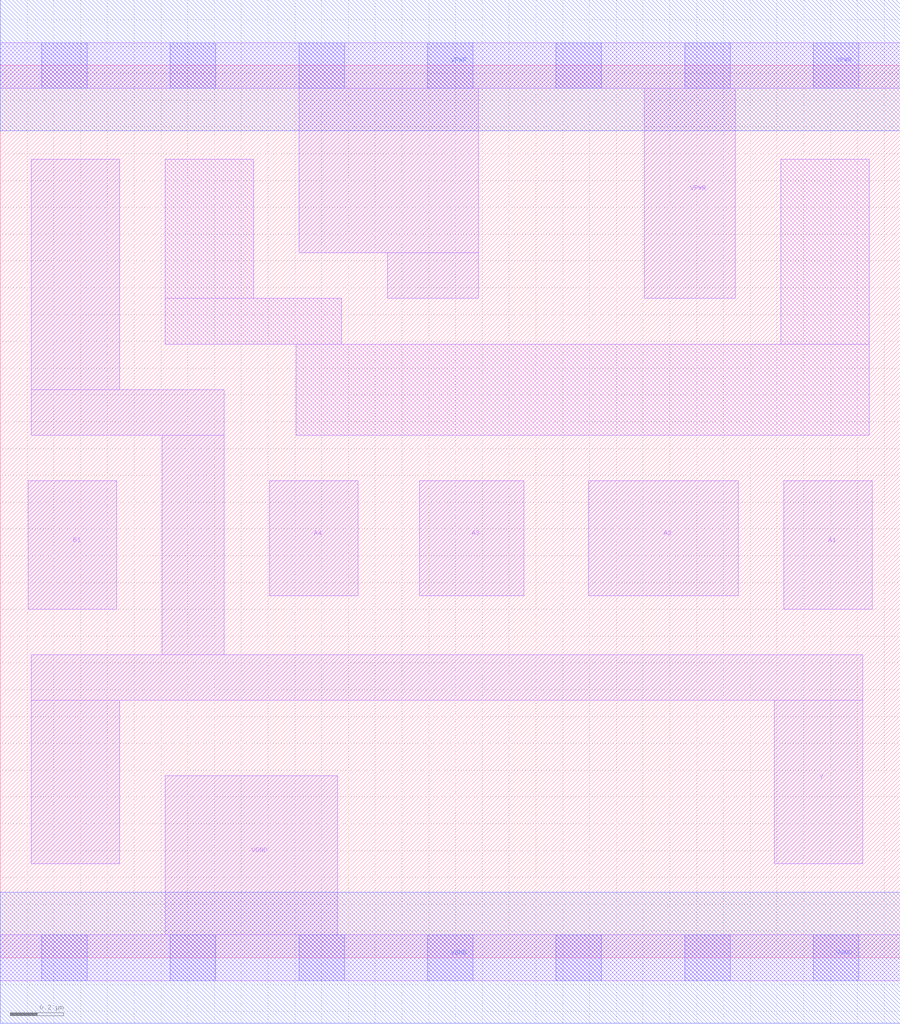
<source format=lef>
# Copyright 2020 The SkyWater PDK Authors
#
# Licensed under the Apache License, Version 2.0 (the "License");
# you may not use this file except in compliance with the License.
# You may obtain a copy of the License at
#
#     https://www.apache.org/licenses/LICENSE-2.0
#
# Unless required by applicable law or agreed to in writing, software
# distributed under the License is distributed on an "AS IS" BASIS,
# WITHOUT WARRANTIES OR CONDITIONS OF ANY KIND, either express or implied.
# See the License for the specific language governing permissions and
# limitations under the License.
#
# SPDX-License-Identifier: Apache-2.0

VERSION 5.7 ;
  NAMESCASESENSITIVE ON ;
  NOWIREEXTENSIONATPIN ON ;
  DIVIDERCHAR "/" ;
  BUSBITCHARS "[]" ;
UNITS
  DATABASE MICRONS 200 ;
END UNITS
MACRO sky130_fd_sc_ms__a41oi_1
  CLASS CORE ;
  SOURCE USER ;
  FOREIGN sky130_fd_sc_ms__a41oi_1 ;
  ORIGIN  0.000000  0.000000 ;
  SIZE  3.360000 BY  3.330000 ;
  SYMMETRY X Y ;
  SITE unit ;
  PIN A1
    ANTENNAGATEAREA  0.312600 ;
    DIRECTION INPUT ;
    USE SIGNAL ;
    PORT
      LAYER li1 ;
        RECT 2.925000 1.300000 3.255000 1.780000 ;
    END
  END A1
  PIN A2
    ANTENNAGATEAREA  0.312600 ;
    DIRECTION INPUT ;
    USE SIGNAL ;
    PORT
      LAYER li1 ;
        RECT 2.195000 1.350000 2.755000 1.780000 ;
    END
  END A2
  PIN A3
    ANTENNAGATEAREA  0.312600 ;
    DIRECTION INPUT ;
    USE SIGNAL ;
    PORT
      LAYER li1 ;
        RECT 1.565000 1.350000 1.955000 1.780000 ;
    END
  END A3
  PIN A4
    ANTENNAGATEAREA  0.312600 ;
    DIRECTION INPUT ;
    USE SIGNAL ;
    PORT
      LAYER li1 ;
        RECT 1.005000 1.350000 1.335000 1.780000 ;
    END
  END A4
  PIN B1
    ANTENNAGATEAREA  0.312600 ;
    DIRECTION INPUT ;
    USE SIGNAL ;
    PORT
      LAYER li1 ;
        RECT 0.105000 1.300000 0.435000 1.780000 ;
    END
  END B1
  PIN Y
    ANTENNADIFFAREA  0.735400 ;
    DIRECTION OUTPUT ;
    USE SIGNAL ;
    PORT
      LAYER li1 ;
        RECT 0.115000 0.350000 0.445000 0.960000 ;
        RECT 0.115000 0.960000 3.220000 1.130000 ;
        RECT 0.115000 1.950000 0.835000 2.120000 ;
        RECT 0.115000 2.120000 0.445000 2.980000 ;
        RECT 0.605000 1.130000 0.835000 1.950000 ;
        RECT 2.890000 0.350000 3.220000 0.960000 ;
    END
  END Y
  PIN VGND
    DIRECTION INOUT ;
    USE GROUND ;
    PORT
      LAYER li1 ;
        RECT 0.000000 -0.085000 3.360000 0.085000 ;
        RECT 0.615000  0.085000 1.260000 0.680000 ;
      LAYER mcon ;
        RECT 0.155000 -0.085000 0.325000 0.085000 ;
        RECT 0.635000 -0.085000 0.805000 0.085000 ;
        RECT 1.115000 -0.085000 1.285000 0.085000 ;
        RECT 1.595000 -0.085000 1.765000 0.085000 ;
        RECT 2.075000 -0.085000 2.245000 0.085000 ;
        RECT 2.555000 -0.085000 2.725000 0.085000 ;
        RECT 3.035000 -0.085000 3.205000 0.085000 ;
      LAYER met1 ;
        RECT 0.000000 -0.245000 3.360000 0.245000 ;
    END
  END VGND
  PIN VPWR
    DIRECTION INOUT ;
    USE POWER ;
    PORT
      LAYER li1 ;
        RECT 0.000000 3.245000 3.360000 3.415000 ;
        RECT 1.115000 2.630000 1.785000 3.245000 ;
        RECT 1.445000 2.460000 1.785000 2.630000 ;
        RECT 2.405000 2.460000 2.745000 3.245000 ;
      LAYER mcon ;
        RECT 0.155000 3.245000 0.325000 3.415000 ;
        RECT 0.635000 3.245000 0.805000 3.415000 ;
        RECT 1.115000 3.245000 1.285000 3.415000 ;
        RECT 1.595000 3.245000 1.765000 3.415000 ;
        RECT 2.075000 3.245000 2.245000 3.415000 ;
        RECT 2.555000 3.245000 2.725000 3.415000 ;
        RECT 3.035000 3.245000 3.205000 3.415000 ;
      LAYER met1 ;
        RECT 0.000000 3.085000 3.360000 3.575000 ;
    END
  END VPWR
  OBS
    LAYER li1 ;
      RECT 0.615000 2.290000 1.275000 2.460000 ;
      RECT 0.615000 2.460000 0.945000 2.980000 ;
      RECT 1.105000 1.950000 3.245000 2.290000 ;
      RECT 2.915000 2.290000 3.245000 2.980000 ;
  END
END sky130_fd_sc_ms__a41oi_1

</source>
